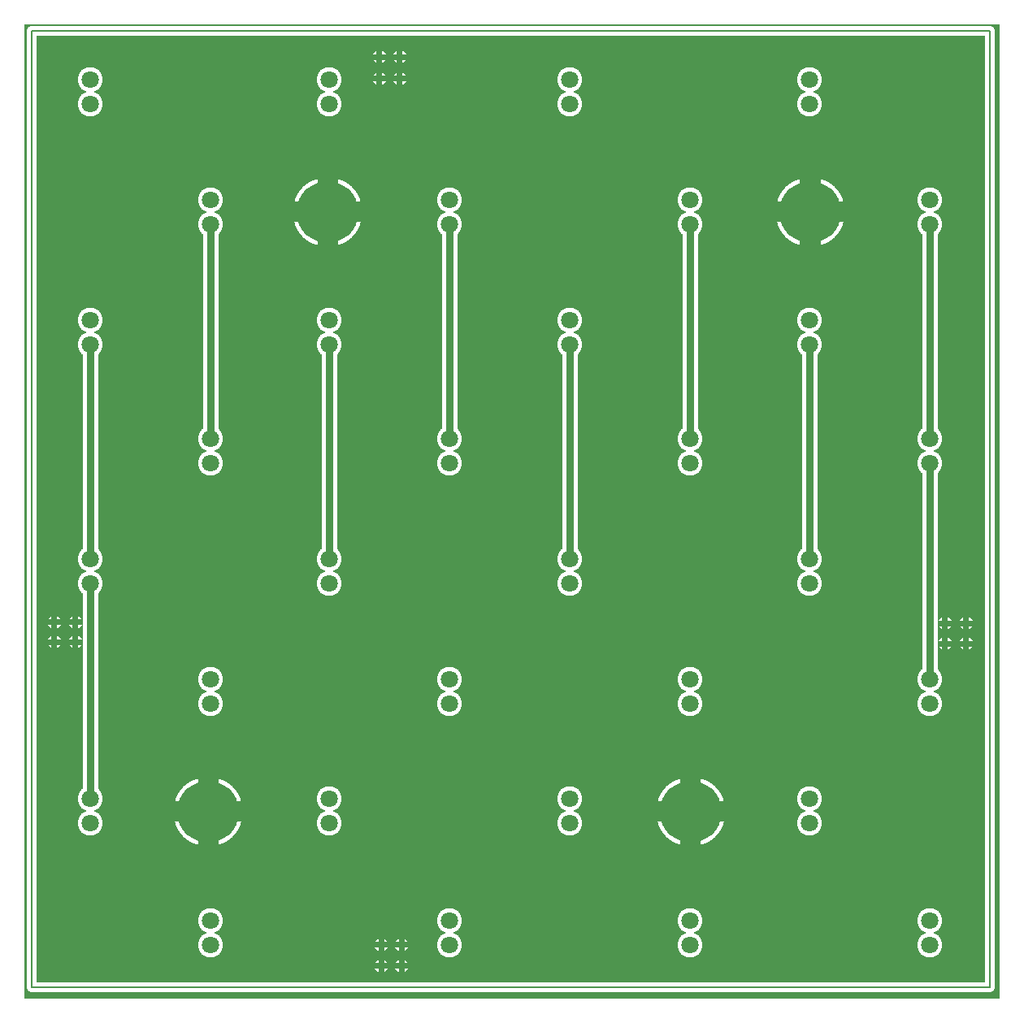
<source format=gbr>
%FSLAX34Y34*%
%MOMM*%
%LNCOPPER_TOP*%
G71*
G01*
%ADD10C,2.600*%
%ADD11C,1.400*%
%ADD12C,1.600*%
%ADD13C,1.000*%
%ADD14C,7.200*%
%ADD15C,0.600*%
%ADD16C,2.133*%
%ADD17C,0.200*%
%ADD18C,1.800*%
%ADD19C,0.600*%
%ADD20C,0.800*%
%ADD21C,6.400*%
%LPD*%
G36*
X-7541Y1003175D02*
X1008459Y1003175D01*
X1008459Y-11825D01*
X-7541Y-11825D01*
X-7541Y1003175D01*
G37*
%LPC*%
X435372Y571500D02*
G54D10*
D03*
X435372Y546100D02*
G54D10*
D03*
X686196Y571500D02*
G54D10*
D03*
X686196Y546100D02*
G54D10*
D03*
X935434Y571500D02*
G54D10*
D03*
X935434Y546100D02*
G54D10*
D03*
X186134Y571500D02*
G54D10*
D03*
X186134Y546100D02*
G54D10*
D03*
X435372Y320675D02*
G54D10*
D03*
X435372Y295275D02*
G54D10*
D03*
X686196Y320675D02*
G54D10*
D03*
X686196Y295275D02*
G54D10*
D03*
X935434Y320675D02*
G54D10*
D03*
X935434Y295275D02*
G54D10*
D03*
X186134Y320675D02*
G54D10*
D03*
X186134Y295275D02*
G54D10*
D03*
X435372Y69850D02*
G54D10*
D03*
X435372Y44450D02*
G54D10*
D03*
X686196Y69850D02*
G54D10*
D03*
X686196Y44450D02*
G54D10*
D03*
X935434Y69850D02*
G54D10*
D03*
X935434Y44450D02*
G54D10*
D03*
X186134Y69850D02*
G54D10*
D03*
X186134Y44450D02*
G54D10*
D03*
X309959Y196850D02*
G54D10*
D03*
X309959Y171450D02*
G54D10*
D03*
X560784Y196850D02*
G54D10*
D03*
X560784Y171450D02*
G54D10*
D03*
X810022Y196850D02*
G54D10*
D03*
X810022Y171450D02*
G54D10*
D03*
X60722Y196850D02*
G54D10*
D03*
X60722Y171450D02*
G54D10*
D03*
X309959Y446088D02*
G54D10*
D03*
X309959Y420688D02*
G54D10*
D03*
X560784Y446088D02*
G54D10*
D03*
X560784Y420688D02*
G54D10*
D03*
X810022Y446088D02*
G54D10*
D03*
X810022Y420688D02*
G54D10*
D03*
X60722Y446088D02*
G54D10*
D03*
X60722Y420688D02*
G54D10*
D03*
X309959Y695325D02*
G54D10*
D03*
X309959Y669925D02*
G54D10*
D03*
X560784Y695325D02*
G54D10*
D03*
X560784Y669925D02*
G54D10*
D03*
X810022Y695325D02*
G54D10*
D03*
X810022Y669925D02*
G54D10*
D03*
X60722Y695325D02*
G54D10*
D03*
X60722Y669925D02*
G54D10*
D03*
X435372Y820738D02*
G54D10*
D03*
X435372Y795338D02*
G54D10*
D03*
X686196Y820738D02*
G54D10*
D03*
X686196Y795338D02*
G54D10*
D03*
X935434Y820738D02*
G54D10*
D03*
X935434Y795338D02*
G54D10*
D03*
X186134Y820738D02*
G54D10*
D03*
X186134Y795338D02*
G54D10*
D03*
X309959Y946150D02*
G54D10*
D03*
X309959Y920750D02*
G54D10*
D03*
X560784Y946150D02*
G54D10*
D03*
X560784Y920750D02*
G54D10*
D03*
X810022Y946150D02*
G54D10*
D03*
X810022Y920750D02*
G54D10*
D03*
X60722Y946150D02*
G54D10*
D03*
X60722Y920750D02*
G54D10*
D03*
X362346Y946942D02*
G54D11*
D03*
X362346Y969167D02*
G54D11*
D03*
G54D12*
X186134Y795338D02*
X186134Y571500D01*
G54D12*
X309959Y669925D02*
X309959Y446088D01*
G54D12*
X435372Y795338D02*
X435372Y571500D01*
G54D12*
X560784Y669925D02*
X560784Y446088D01*
G54D12*
X810022Y669925D02*
X810022Y446088D01*
G54D12*
X686196Y795338D02*
X686196Y571500D01*
G54D12*
X935434Y795338D02*
X935434Y571500D01*
G54D12*
X935434Y546100D02*
X935434Y322262D01*
G54D12*
X60722Y669925D02*
X60722Y446088D01*
G54D12*
X60722Y420688D02*
X60722Y196850D01*
G54D13*
X0Y996156D02*
X998140Y996156D01*
X998140Y0D01*
X0Y0D01*
X0Y996156D01*
X811117Y808133D02*
G54D14*
D03*
X835117Y808133D02*
G54D11*
D03*
X828088Y791162D02*
G54D11*
D03*
X811117Y784133D02*
G54D11*
D03*
X794146Y791162D02*
G54D11*
D03*
X787117Y808133D02*
G54D11*
D03*
X794146Y825104D02*
G54D11*
D03*
X811117Y832133D02*
G54D11*
D03*
X828088Y825104D02*
G54D11*
D03*
X308558Y808038D02*
G54D14*
D03*
X332558Y808038D02*
G54D11*
D03*
X325529Y791068D02*
G54D11*
D03*
X308558Y784038D02*
G54D11*
D03*
X291588Y791068D02*
G54D11*
D03*
X284558Y808038D02*
G54D11*
D03*
X291588Y825009D02*
G54D11*
D03*
X308558Y832038D02*
G54D11*
D03*
X325529Y825009D02*
G54D11*
D03*
X686612Y183149D02*
G54D14*
D03*
X710612Y183149D02*
G54D11*
D03*
X703583Y166179D02*
G54D11*
D03*
X686612Y159149D02*
G54D11*
D03*
X669642Y166179D02*
G54D11*
D03*
X662612Y183149D02*
G54D11*
D03*
X669642Y200120D02*
G54D11*
D03*
X686612Y207150D02*
G54D11*
D03*
X703583Y200120D02*
G54D11*
D03*
X184054Y183054D02*
G54D14*
D03*
X208054Y183054D02*
G54D11*
D03*
X201025Y166084D02*
G54D11*
D03*
X184054Y159054D02*
G54D11*
D03*
X167084Y166084D02*
G54D11*
D03*
X160054Y183054D02*
G54D11*
D03*
X167084Y200025D02*
G54D11*
D03*
X184054Y207054D02*
G54D11*
D03*
X201025Y200025D02*
G54D11*
D03*
X383380Y946942D02*
G54D11*
D03*
X383380Y969167D02*
G54D11*
D03*
X23415Y380602D02*
G54D11*
D03*
X45640Y380602D02*
G54D11*
D03*
X23415Y359568D02*
G54D11*
D03*
X45640Y359568D02*
G54D11*
D03*
X364331Y22225D02*
G54D11*
D03*
X364331Y44450D02*
G54D11*
D03*
X385366Y22225D02*
G54D11*
D03*
X385366Y44450D02*
G54D11*
D03*
X951309Y379015D02*
G54D11*
D03*
X973534Y379015D02*
G54D11*
D03*
X951309Y357981D02*
G54D11*
D03*
X973534Y357981D02*
G54D11*
D03*
%LPD*%
G54D15*
G36*
X359346Y946942D02*
X359346Y954442D01*
X365346Y954442D01*
X365346Y946942D01*
X359346Y946942D01*
G37*
G36*
X362346Y949942D02*
X369846Y949942D01*
X369846Y943942D01*
X362346Y943942D01*
X362346Y949942D01*
G37*
G36*
X365346Y946942D02*
X365346Y939442D01*
X359346Y939442D01*
X359346Y946942D01*
X365346Y946942D01*
G37*
G36*
X362346Y943942D02*
X354846Y943942D01*
X354846Y949942D01*
X362346Y949942D01*
X362346Y943942D01*
G37*
G54D15*
G36*
X359346Y969167D02*
X359346Y976667D01*
X365346Y976667D01*
X365346Y969167D01*
X359346Y969167D01*
G37*
G36*
X362346Y972167D02*
X369846Y972167D01*
X369846Y966167D01*
X362346Y966167D01*
X362346Y972167D01*
G37*
G36*
X365346Y969167D02*
X365346Y961667D01*
X359346Y961667D01*
X359346Y969167D01*
X365346Y969167D01*
G37*
G36*
X362346Y966167D02*
X354846Y966167D01*
X354846Y972167D01*
X362346Y972167D01*
X362346Y966167D01*
G37*
G54D16*
G36*
X800450Y808133D02*
X800450Y844633D01*
X821784Y844633D01*
X821784Y808133D01*
X800450Y808133D01*
G37*
G36*
X811117Y818800D02*
X847617Y818800D01*
X847617Y797466D01*
X811117Y797466D01*
X811117Y818800D01*
G37*
G36*
X821784Y808133D02*
X821784Y771633D01*
X800450Y771633D01*
X800450Y808133D01*
X821784Y808133D01*
G37*
G36*
X811117Y797466D02*
X774617Y797466D01*
X774617Y818800D01*
X811117Y818800D01*
X811117Y797466D01*
G37*
G54D17*
G36*
X834117Y808133D02*
X834117Y815633D01*
X836117Y815633D01*
X836117Y808133D01*
X834117Y808133D01*
G37*
G36*
X835117Y809133D02*
X842617Y809133D01*
X842617Y807133D01*
X835117Y807133D01*
X835117Y809133D01*
G37*
G36*
X836117Y808133D02*
X836117Y800633D01*
X834117Y800633D01*
X834117Y808133D01*
X836117Y808133D01*
G37*
G36*
X835117Y807133D02*
X827617Y807133D01*
X827617Y809133D01*
X835117Y809133D01*
X835117Y807133D01*
G37*
G54D17*
G36*
X827088Y791162D02*
X827088Y798662D01*
X829088Y798662D01*
X829088Y791162D01*
X827088Y791162D01*
G37*
G36*
X828088Y792162D02*
X835588Y792162D01*
X835588Y790162D01*
X828088Y790162D01*
X828088Y792162D01*
G37*
G36*
X829088Y791162D02*
X829088Y783662D01*
X827088Y783662D01*
X827088Y791162D01*
X829088Y791162D01*
G37*
G36*
X828088Y790162D02*
X820588Y790162D01*
X820588Y792162D01*
X828088Y792162D01*
X828088Y790162D01*
G37*
G54D17*
G36*
X810117Y784133D02*
X810117Y791633D01*
X812117Y791633D01*
X812117Y784133D01*
X810117Y784133D01*
G37*
G36*
X811117Y785133D02*
X818617Y785133D01*
X818617Y783133D01*
X811117Y783133D01*
X811117Y785133D01*
G37*
G36*
X812117Y784133D02*
X812117Y776633D01*
X810117Y776633D01*
X810117Y784133D01*
X812117Y784133D01*
G37*
G36*
X811117Y783133D02*
X803617Y783133D01*
X803617Y785133D01*
X811117Y785133D01*
X811117Y783133D01*
G37*
G54D17*
G36*
X793146Y791162D02*
X793146Y798662D01*
X795146Y798662D01*
X795146Y791162D01*
X793146Y791162D01*
G37*
G36*
X794146Y792162D02*
X801646Y792162D01*
X801646Y790162D01*
X794146Y790162D01*
X794146Y792162D01*
G37*
G36*
X795146Y791162D02*
X795146Y783662D01*
X793146Y783662D01*
X793146Y791162D01*
X795146Y791162D01*
G37*
G36*
X794146Y790162D02*
X786646Y790162D01*
X786646Y792162D01*
X794146Y792162D01*
X794146Y790162D01*
G37*
G54D17*
G36*
X786117Y808133D02*
X786117Y815633D01*
X788117Y815633D01*
X788117Y808133D01*
X786117Y808133D01*
G37*
G36*
X787117Y809133D02*
X794617Y809133D01*
X794617Y807133D01*
X787117Y807133D01*
X787117Y809133D01*
G37*
G36*
X788117Y808133D02*
X788117Y800633D01*
X786117Y800633D01*
X786117Y808133D01*
X788117Y808133D01*
G37*
G36*
X787117Y807133D02*
X779617Y807133D01*
X779617Y809133D01*
X787117Y809133D01*
X787117Y807133D01*
G37*
G54D17*
G36*
X793146Y825104D02*
X793146Y832604D01*
X795146Y832604D01*
X795146Y825104D01*
X793146Y825104D01*
G37*
G36*
X794146Y826104D02*
X801646Y826104D01*
X801646Y824104D01*
X794146Y824104D01*
X794146Y826104D01*
G37*
G36*
X795146Y825104D02*
X795146Y817604D01*
X793146Y817604D01*
X793146Y825104D01*
X795146Y825104D01*
G37*
G36*
X794146Y824104D02*
X786646Y824104D01*
X786646Y826104D01*
X794146Y826104D01*
X794146Y824104D01*
G37*
G54D17*
G36*
X810117Y832133D02*
X810117Y839633D01*
X812117Y839633D01*
X812117Y832133D01*
X810117Y832133D01*
G37*
G36*
X811117Y833133D02*
X818617Y833133D01*
X818617Y831133D01*
X811117Y831133D01*
X811117Y833133D01*
G37*
G36*
X812117Y832133D02*
X812117Y824633D01*
X810117Y824633D01*
X810117Y832133D01*
X812117Y832133D01*
G37*
G36*
X811117Y831133D02*
X803617Y831133D01*
X803617Y833133D01*
X811117Y833133D01*
X811117Y831133D01*
G37*
G54D17*
G36*
X827088Y825104D02*
X827088Y832604D01*
X829088Y832604D01*
X829088Y825104D01*
X827088Y825104D01*
G37*
G36*
X828088Y826104D02*
X835588Y826104D01*
X835588Y824104D01*
X828088Y824104D01*
X828088Y826104D01*
G37*
G36*
X829088Y825104D02*
X829088Y817604D01*
X827088Y817604D01*
X827088Y825104D01*
X829088Y825104D01*
G37*
G36*
X828088Y824104D02*
X820588Y824104D01*
X820588Y826104D01*
X828088Y826104D01*
X828088Y824104D01*
G37*
G54D16*
G36*
X297892Y808038D02*
X297892Y844538D01*
X319225Y844538D01*
X319225Y808038D01*
X297892Y808038D01*
G37*
G36*
X308558Y818705D02*
X345058Y818705D01*
X345058Y797371D01*
X308558Y797371D01*
X308558Y818705D01*
G37*
G36*
X319225Y808038D02*
X319225Y771538D01*
X297892Y771538D01*
X297892Y808038D01*
X319225Y808038D01*
G37*
G36*
X308558Y797371D02*
X272058Y797371D01*
X272058Y818705D01*
X308558Y818705D01*
X308558Y797371D01*
G37*
G54D17*
G36*
X331558Y808038D02*
X331558Y815538D01*
X333558Y815538D01*
X333558Y808038D01*
X331558Y808038D01*
G37*
G36*
X332558Y809038D02*
X340058Y809038D01*
X340058Y807038D01*
X332558Y807038D01*
X332558Y809038D01*
G37*
G36*
X333558Y808038D02*
X333558Y800538D01*
X331558Y800538D01*
X331558Y808038D01*
X333558Y808038D01*
G37*
G36*
X332558Y807038D02*
X325058Y807038D01*
X325058Y809038D01*
X332558Y809038D01*
X332558Y807038D01*
G37*
G54D17*
G36*
X324529Y791068D02*
X324529Y798568D01*
X326529Y798568D01*
X326529Y791068D01*
X324529Y791068D01*
G37*
G36*
X325529Y792068D02*
X333029Y792068D01*
X333029Y790068D01*
X325529Y790068D01*
X325529Y792068D01*
G37*
G36*
X326529Y791068D02*
X326529Y783568D01*
X324529Y783568D01*
X324529Y791068D01*
X326529Y791068D01*
G37*
G36*
X325529Y790068D02*
X318029Y790068D01*
X318029Y792068D01*
X325529Y792068D01*
X325529Y790068D01*
G37*
G54D17*
G36*
X307558Y784038D02*
X307558Y791538D01*
X309558Y791538D01*
X309558Y784038D01*
X307558Y784038D01*
G37*
G36*
X308558Y785038D02*
X316058Y785038D01*
X316058Y783038D01*
X308558Y783038D01*
X308558Y785038D01*
G37*
G36*
X309558Y784038D02*
X309558Y776538D01*
X307558Y776538D01*
X307558Y784038D01*
X309558Y784038D01*
G37*
G36*
X308558Y783038D02*
X301058Y783038D01*
X301058Y785038D01*
X308558Y785038D01*
X308558Y783038D01*
G37*
G54D17*
G36*
X290588Y791068D02*
X290588Y798568D01*
X292588Y798568D01*
X292588Y791068D01*
X290588Y791068D01*
G37*
G36*
X291588Y792068D02*
X299088Y792068D01*
X299088Y790068D01*
X291588Y790068D01*
X291588Y792068D01*
G37*
G36*
X292588Y791068D02*
X292588Y783568D01*
X290588Y783568D01*
X290588Y791068D01*
X292588Y791068D01*
G37*
G36*
X291588Y790068D02*
X284088Y790068D01*
X284088Y792068D01*
X291588Y792068D01*
X291588Y790068D01*
G37*
G54D17*
G36*
X283558Y808038D02*
X283558Y815538D01*
X285558Y815538D01*
X285558Y808038D01*
X283558Y808038D01*
G37*
G36*
X284558Y809038D02*
X292058Y809038D01*
X292058Y807038D01*
X284558Y807038D01*
X284558Y809038D01*
G37*
G36*
X285558Y808038D02*
X285558Y800538D01*
X283558Y800538D01*
X283558Y808038D01*
X285558Y808038D01*
G37*
G36*
X284558Y807038D02*
X277058Y807038D01*
X277058Y809038D01*
X284558Y809038D01*
X284558Y807038D01*
G37*
G54D17*
G36*
X290588Y825009D02*
X290588Y832509D01*
X292588Y832509D01*
X292588Y825009D01*
X290588Y825009D01*
G37*
G36*
X291588Y826009D02*
X299088Y826009D01*
X299088Y824009D01*
X291588Y824009D01*
X291588Y826009D01*
G37*
G36*
X292588Y825009D02*
X292588Y817509D01*
X290588Y817509D01*
X290588Y825009D01*
X292588Y825009D01*
G37*
G36*
X291588Y824009D02*
X284088Y824009D01*
X284088Y826009D01*
X291588Y826009D01*
X291588Y824009D01*
G37*
G54D17*
G36*
X307558Y832038D02*
X307558Y839538D01*
X309558Y839538D01*
X309558Y832038D01*
X307558Y832038D01*
G37*
G36*
X308558Y833038D02*
X316058Y833038D01*
X316058Y831038D01*
X308558Y831038D01*
X308558Y833038D01*
G37*
G36*
X309558Y832038D02*
X309558Y824538D01*
X307558Y824538D01*
X307558Y832038D01*
X309558Y832038D01*
G37*
G36*
X308558Y831038D02*
X301058Y831038D01*
X301058Y833038D01*
X308558Y833038D01*
X308558Y831038D01*
G37*
G54D17*
G36*
X324529Y825009D02*
X324529Y832509D01*
X326529Y832509D01*
X326529Y825009D01*
X324529Y825009D01*
G37*
G36*
X325529Y826009D02*
X333029Y826009D01*
X333029Y824009D01*
X325529Y824009D01*
X325529Y826009D01*
G37*
G36*
X326529Y825009D02*
X326529Y817509D01*
X324529Y817509D01*
X324529Y825009D01*
X326529Y825009D01*
G37*
G36*
X325529Y824009D02*
X318029Y824009D01*
X318029Y826009D01*
X325529Y826009D01*
X325529Y824009D01*
G37*
G54D16*
G36*
X675946Y183149D02*
X675946Y219649D01*
X697279Y219649D01*
X697279Y183149D01*
X675946Y183149D01*
G37*
G36*
X686612Y193816D02*
X723112Y193816D01*
X723112Y172483D01*
X686612Y172483D01*
X686612Y193816D01*
G37*
G36*
X697279Y183149D02*
X697279Y146649D01*
X675946Y146649D01*
X675946Y183149D01*
X697279Y183149D01*
G37*
G36*
X686612Y172483D02*
X650112Y172483D01*
X650112Y193816D01*
X686612Y193816D01*
X686612Y172483D01*
G37*
G54D17*
G36*
X709612Y183149D02*
X709612Y190649D01*
X711612Y190649D01*
X711612Y183149D01*
X709612Y183149D01*
G37*
G36*
X710612Y184149D02*
X718112Y184149D01*
X718112Y182149D01*
X710612Y182149D01*
X710612Y184149D01*
G37*
G36*
X711612Y183149D02*
X711612Y175649D01*
X709612Y175649D01*
X709612Y183149D01*
X711612Y183149D01*
G37*
G36*
X710612Y182149D02*
X703112Y182149D01*
X703112Y184149D01*
X710612Y184149D01*
X710612Y182149D01*
G37*
G54D17*
G36*
X702583Y166179D02*
X702583Y173679D01*
X704583Y173679D01*
X704583Y166179D01*
X702583Y166179D01*
G37*
G36*
X703583Y167179D02*
X711083Y167179D01*
X711083Y165179D01*
X703583Y165179D01*
X703583Y167179D01*
G37*
G36*
X704583Y166179D02*
X704583Y158679D01*
X702583Y158679D01*
X702583Y166179D01*
X704583Y166179D01*
G37*
G36*
X703583Y165179D02*
X696083Y165179D01*
X696083Y167179D01*
X703583Y167179D01*
X703583Y165179D01*
G37*
G54D17*
G36*
X685612Y159149D02*
X685612Y166649D01*
X687612Y166649D01*
X687612Y159149D01*
X685612Y159149D01*
G37*
G36*
X686612Y160149D02*
X694112Y160149D01*
X694112Y158149D01*
X686612Y158149D01*
X686612Y160149D01*
G37*
G36*
X687612Y159149D02*
X687612Y151649D01*
X685612Y151649D01*
X685612Y159149D01*
X687612Y159149D01*
G37*
G36*
X686612Y158149D02*
X679112Y158149D01*
X679112Y160149D01*
X686612Y160149D01*
X686612Y158149D01*
G37*
G54D17*
G36*
X668642Y166179D02*
X668642Y173679D01*
X670642Y173679D01*
X670642Y166179D01*
X668642Y166179D01*
G37*
G36*
X669642Y167179D02*
X677142Y167179D01*
X677142Y165179D01*
X669642Y165179D01*
X669642Y167179D01*
G37*
G36*
X670642Y166179D02*
X670642Y158679D01*
X668642Y158679D01*
X668642Y166179D01*
X670642Y166179D01*
G37*
G36*
X669642Y165179D02*
X662142Y165179D01*
X662142Y167179D01*
X669642Y167179D01*
X669642Y165179D01*
G37*
G54D17*
G36*
X661612Y183149D02*
X661612Y190649D01*
X663612Y190649D01*
X663612Y183149D01*
X661612Y183149D01*
G37*
G36*
X662612Y184149D02*
X670112Y184149D01*
X670112Y182149D01*
X662612Y182149D01*
X662612Y184149D01*
G37*
G36*
X663612Y183149D02*
X663612Y175649D01*
X661612Y175649D01*
X661612Y183149D01*
X663612Y183149D01*
G37*
G36*
X662612Y182149D02*
X655112Y182149D01*
X655112Y184149D01*
X662612Y184149D01*
X662612Y182149D01*
G37*
G54D17*
G36*
X668642Y200120D02*
X668642Y207620D01*
X670642Y207620D01*
X670642Y200120D01*
X668642Y200120D01*
G37*
G36*
X669642Y201120D02*
X677142Y201120D01*
X677142Y199120D01*
X669642Y199120D01*
X669642Y201120D01*
G37*
G36*
X670642Y200120D02*
X670642Y192620D01*
X668642Y192620D01*
X668642Y200120D01*
X670642Y200120D01*
G37*
G36*
X669642Y199120D02*
X662142Y199120D01*
X662142Y201120D01*
X669642Y201120D01*
X669642Y199120D01*
G37*
G54D17*
G36*
X685612Y207150D02*
X685612Y214650D01*
X687612Y214650D01*
X687612Y207150D01*
X685612Y207150D01*
G37*
G36*
X686612Y208150D02*
X694112Y208150D01*
X694112Y206150D01*
X686612Y206150D01*
X686612Y208150D01*
G37*
G36*
X687612Y207150D02*
X687612Y199650D01*
X685612Y199650D01*
X685612Y207150D01*
X687612Y207150D01*
G37*
G36*
X686612Y206150D02*
X679112Y206150D01*
X679112Y208150D01*
X686612Y208150D01*
X686612Y206150D01*
G37*
G54D17*
G36*
X702583Y200120D02*
X702583Y207620D01*
X704583Y207620D01*
X704583Y200120D01*
X702583Y200120D01*
G37*
G36*
X703583Y201120D02*
X711083Y201120D01*
X711083Y199120D01*
X703583Y199120D01*
X703583Y201120D01*
G37*
G36*
X704583Y200120D02*
X704583Y192620D01*
X702583Y192620D01*
X702583Y200120D01*
X704583Y200120D01*
G37*
G36*
X703583Y199120D02*
X696083Y199120D01*
X696083Y201120D01*
X703583Y201120D01*
X703583Y199120D01*
G37*
G54D16*
G36*
X173387Y183054D02*
X173387Y219554D01*
X194721Y219554D01*
X194721Y183054D01*
X173387Y183054D01*
G37*
G36*
X184054Y193721D02*
X220554Y193721D01*
X220554Y172388D01*
X184054Y172388D01*
X184054Y193721D01*
G37*
G36*
X194721Y183054D02*
X194721Y146554D01*
X173387Y146554D01*
X173387Y183054D01*
X194721Y183054D01*
G37*
G36*
X184054Y172388D02*
X147554Y172388D01*
X147554Y193721D01*
X184054Y193721D01*
X184054Y172388D01*
G37*
G54D17*
G36*
X207054Y183054D02*
X207054Y190554D01*
X209054Y190554D01*
X209054Y183054D01*
X207054Y183054D01*
G37*
G36*
X208054Y184054D02*
X215554Y184054D01*
X215554Y182054D01*
X208054Y182054D01*
X208054Y184054D01*
G37*
G36*
X209054Y183054D02*
X209054Y175554D01*
X207054Y175554D01*
X207054Y183054D01*
X209054Y183054D01*
G37*
G36*
X208054Y182054D02*
X200554Y182054D01*
X200554Y184054D01*
X208054Y184054D01*
X208054Y182054D01*
G37*
G54D17*
G36*
X200025Y166084D02*
X200025Y173584D01*
X202025Y173584D01*
X202025Y166084D01*
X200025Y166084D01*
G37*
G36*
X201025Y167084D02*
X208525Y167084D01*
X208525Y165084D01*
X201025Y165084D01*
X201025Y167084D01*
G37*
G36*
X202025Y166084D02*
X202025Y158584D01*
X200025Y158584D01*
X200025Y166084D01*
X202025Y166084D01*
G37*
G36*
X201025Y165084D02*
X193525Y165084D01*
X193525Y167084D01*
X201025Y167084D01*
X201025Y165084D01*
G37*
G54D17*
G36*
X183054Y159054D02*
X183054Y166554D01*
X185054Y166554D01*
X185054Y159054D01*
X183054Y159054D01*
G37*
G36*
X184054Y160054D02*
X191554Y160054D01*
X191554Y158054D01*
X184054Y158054D01*
X184054Y160054D01*
G37*
G36*
X185054Y159054D02*
X185054Y151554D01*
X183054Y151554D01*
X183054Y159054D01*
X185054Y159054D01*
G37*
G36*
X184054Y158054D02*
X176554Y158054D01*
X176554Y160054D01*
X184054Y160054D01*
X184054Y158054D01*
G37*
G54D17*
G36*
X166084Y166084D02*
X166084Y173584D01*
X168084Y173584D01*
X168084Y166084D01*
X166084Y166084D01*
G37*
G36*
X167084Y167084D02*
X174584Y167084D01*
X174584Y165084D01*
X167084Y165084D01*
X167084Y167084D01*
G37*
G36*
X168084Y166084D02*
X168084Y158584D01*
X166084Y158584D01*
X166084Y166084D01*
X168084Y166084D01*
G37*
G36*
X167084Y165084D02*
X159584Y165084D01*
X159584Y167084D01*
X167084Y167084D01*
X167084Y165084D01*
G37*
G54D17*
G36*
X159054Y183054D02*
X159054Y190554D01*
X161054Y190554D01*
X161054Y183054D01*
X159054Y183054D01*
G37*
G36*
X160054Y184054D02*
X167554Y184054D01*
X167554Y182054D01*
X160054Y182054D01*
X160054Y184054D01*
G37*
G36*
X161054Y183054D02*
X161054Y175554D01*
X159054Y175554D01*
X159054Y183054D01*
X161054Y183054D01*
G37*
G36*
X160054Y182054D02*
X152554Y182054D01*
X152554Y184054D01*
X160054Y184054D01*
X160054Y182054D01*
G37*
G54D17*
G36*
X166084Y200025D02*
X166084Y207525D01*
X168084Y207525D01*
X168084Y200025D01*
X166084Y200025D01*
G37*
G36*
X167084Y201025D02*
X174584Y201025D01*
X174584Y199025D01*
X167084Y199025D01*
X167084Y201025D01*
G37*
G36*
X168084Y200025D02*
X168084Y192525D01*
X166084Y192525D01*
X166084Y200025D01*
X168084Y200025D01*
G37*
G36*
X167084Y199025D02*
X159584Y199025D01*
X159584Y201025D01*
X167084Y201025D01*
X167084Y199025D01*
G37*
G54D17*
G36*
X183054Y207054D02*
X183054Y214554D01*
X185054Y214554D01*
X185054Y207054D01*
X183054Y207054D01*
G37*
G36*
X184054Y208054D02*
X191554Y208054D01*
X191554Y206054D01*
X184054Y206054D01*
X184054Y208054D01*
G37*
G36*
X185054Y207054D02*
X185054Y199554D01*
X183054Y199554D01*
X183054Y207054D01*
X185054Y207054D01*
G37*
G36*
X184054Y206054D02*
X176554Y206054D01*
X176554Y208054D01*
X184054Y208054D01*
X184054Y206054D01*
G37*
G54D17*
G36*
X200025Y200025D02*
X200025Y207525D01*
X202025Y207525D01*
X202025Y200025D01*
X200025Y200025D01*
G37*
G36*
X201025Y201025D02*
X208525Y201025D01*
X208525Y199025D01*
X201025Y199025D01*
X201025Y201025D01*
G37*
G36*
X202025Y200025D02*
X202025Y192525D01*
X200025Y192525D01*
X200025Y200025D01*
X202025Y200025D01*
G37*
G36*
X201025Y199025D02*
X193525Y199025D01*
X193525Y201025D01*
X201025Y201025D01*
X201025Y199025D01*
G37*
G54D15*
G36*
X380380Y946942D02*
X380380Y954442D01*
X386380Y954442D01*
X386380Y946942D01*
X380380Y946942D01*
G37*
G36*
X383380Y949942D02*
X390880Y949942D01*
X390880Y943942D01*
X383380Y943942D01*
X383380Y949942D01*
G37*
G36*
X386380Y946942D02*
X386380Y939442D01*
X380380Y939442D01*
X380380Y946942D01*
X386380Y946942D01*
G37*
G36*
X383380Y943942D02*
X375880Y943942D01*
X375880Y949942D01*
X383380Y949942D01*
X383380Y943942D01*
G37*
G54D15*
G36*
X380380Y969167D02*
X380380Y976667D01*
X386380Y976667D01*
X386380Y969167D01*
X380380Y969167D01*
G37*
G36*
X383380Y972167D02*
X390880Y972167D01*
X390880Y966167D01*
X383380Y966167D01*
X383380Y972167D01*
G37*
G36*
X386380Y969167D02*
X386380Y961667D01*
X380380Y961667D01*
X380380Y969167D01*
X386380Y969167D01*
G37*
G36*
X383380Y966167D02*
X375880Y966167D01*
X375880Y972167D01*
X383380Y972167D01*
X383380Y966167D01*
G37*
G54D15*
G36*
X23415Y383602D02*
X30915Y383602D01*
X30915Y377602D01*
X23415Y377602D01*
X23415Y383602D01*
G37*
G36*
X26415Y380602D02*
X26415Y373102D01*
X20415Y373102D01*
X20415Y380602D01*
X26415Y380602D01*
G37*
G36*
X23415Y377602D02*
X15915Y377602D01*
X15915Y383602D01*
X23415Y383602D01*
X23415Y377602D01*
G37*
G36*
X20415Y380602D02*
X20415Y388102D01*
X26415Y388102D01*
X26415Y380602D01*
X20415Y380602D01*
G37*
G54D15*
G36*
X45640Y383602D02*
X53140Y383602D01*
X53140Y377602D01*
X45640Y377602D01*
X45640Y383602D01*
G37*
G36*
X48640Y380602D02*
X48640Y373102D01*
X42640Y373102D01*
X42640Y380602D01*
X48640Y380602D01*
G37*
G36*
X45640Y377602D02*
X38140Y377602D01*
X38140Y383602D01*
X45640Y383602D01*
X45640Y377602D01*
G37*
G36*
X42640Y380602D02*
X42640Y388102D01*
X48640Y388102D01*
X48640Y380602D01*
X42640Y380602D01*
G37*
G54D15*
G36*
X23415Y362568D02*
X30915Y362568D01*
X30915Y356568D01*
X23415Y356568D01*
X23415Y362568D01*
G37*
G36*
X26415Y359568D02*
X26415Y352068D01*
X20415Y352068D01*
X20415Y359568D01*
X26415Y359568D01*
G37*
G36*
X23415Y356568D02*
X15915Y356568D01*
X15915Y362568D01*
X23415Y362568D01*
X23415Y356568D01*
G37*
G36*
X20415Y359568D02*
X20415Y367068D01*
X26415Y367068D01*
X26415Y359568D01*
X20415Y359568D01*
G37*
G54D15*
G36*
X45640Y362568D02*
X53140Y362568D01*
X53140Y356568D01*
X45640Y356568D01*
X45640Y362568D01*
G37*
G36*
X48640Y359568D02*
X48640Y352068D01*
X42640Y352068D01*
X42640Y359568D01*
X48640Y359568D01*
G37*
G36*
X45640Y356568D02*
X38140Y356568D01*
X38140Y362568D01*
X45640Y362568D01*
X45640Y356568D01*
G37*
G36*
X42640Y359568D02*
X42640Y367068D01*
X48640Y367068D01*
X48640Y359568D01*
X42640Y359568D01*
G37*
G54D15*
G36*
X361331Y22225D02*
X361331Y29725D01*
X367331Y29725D01*
X367331Y22225D01*
X361331Y22225D01*
G37*
G36*
X364331Y25225D02*
X371831Y25225D01*
X371831Y19225D01*
X364331Y19225D01*
X364331Y25225D01*
G37*
G36*
X367331Y22225D02*
X367331Y14725D01*
X361331Y14725D01*
X361331Y22225D01*
X367331Y22225D01*
G37*
G36*
X364331Y19225D02*
X356831Y19225D01*
X356831Y25225D01*
X364331Y25225D01*
X364331Y19225D01*
G37*
G54D15*
G36*
X361331Y44450D02*
X361331Y51950D01*
X367331Y51950D01*
X367331Y44450D01*
X361331Y44450D01*
G37*
G36*
X364331Y47450D02*
X371831Y47450D01*
X371831Y41450D01*
X364331Y41450D01*
X364331Y47450D01*
G37*
G36*
X367331Y44450D02*
X367331Y36950D01*
X361331Y36950D01*
X361331Y44450D01*
X367331Y44450D01*
G37*
G36*
X364331Y41450D02*
X356831Y41450D01*
X356831Y47450D01*
X364331Y47450D01*
X364331Y41450D01*
G37*
G54D15*
G36*
X382366Y22225D02*
X382366Y29725D01*
X388366Y29725D01*
X388366Y22225D01*
X382366Y22225D01*
G37*
G36*
X385366Y25225D02*
X392866Y25225D01*
X392866Y19225D01*
X385366Y19225D01*
X385366Y25225D01*
G37*
G36*
X388366Y22225D02*
X388366Y14725D01*
X382366Y14725D01*
X382366Y22225D01*
X388366Y22225D01*
G37*
G36*
X385366Y19225D02*
X377866Y19225D01*
X377866Y25225D01*
X385366Y25225D01*
X385366Y19225D01*
G37*
G54D15*
G36*
X382366Y44450D02*
X382366Y51950D01*
X388366Y51950D01*
X388366Y44450D01*
X382366Y44450D01*
G37*
G36*
X385366Y47450D02*
X392866Y47450D01*
X392866Y41450D01*
X385366Y41450D01*
X385366Y47450D01*
G37*
G36*
X388366Y44450D02*
X388366Y36950D01*
X382366Y36950D01*
X382366Y44450D01*
X388366Y44450D01*
G37*
G36*
X385366Y41450D02*
X377866Y41450D01*
X377866Y47450D01*
X385366Y47450D01*
X385366Y41450D01*
G37*
G54D15*
G36*
X951309Y382015D02*
X958809Y382015D01*
X958809Y376015D01*
X951309Y376015D01*
X951309Y382015D01*
G37*
G36*
X954309Y379015D02*
X954309Y371515D01*
X948309Y371515D01*
X948309Y379015D01*
X954309Y379015D01*
G37*
G36*
X951309Y376015D02*
X943809Y376015D01*
X943809Y382015D01*
X951309Y382015D01*
X951309Y376015D01*
G37*
G36*
X948309Y379015D02*
X948309Y386515D01*
X954309Y386515D01*
X954309Y379015D01*
X948309Y379015D01*
G37*
G54D15*
G36*
X973534Y382015D02*
X981034Y382015D01*
X981034Y376015D01*
X973534Y376015D01*
X973534Y382015D01*
G37*
G36*
X976534Y379015D02*
X976534Y371515D01*
X970534Y371515D01*
X970534Y379015D01*
X976534Y379015D01*
G37*
G36*
X973534Y376015D02*
X966034Y376015D01*
X966034Y382015D01*
X973534Y382015D01*
X973534Y376015D01*
G37*
G36*
X970534Y379015D02*
X970534Y386515D01*
X976534Y386515D01*
X976534Y379015D01*
X970534Y379015D01*
G37*
G54D15*
G36*
X951309Y360981D02*
X958809Y360981D01*
X958809Y354981D01*
X951309Y354981D01*
X951309Y360981D01*
G37*
G36*
X954309Y357981D02*
X954309Y350481D01*
X948309Y350481D01*
X948309Y357981D01*
X954309Y357981D01*
G37*
G36*
X951309Y354981D02*
X943809Y354981D01*
X943809Y360981D01*
X951309Y360981D01*
X951309Y354981D01*
G37*
G36*
X948309Y357981D02*
X948309Y365481D01*
X954309Y365481D01*
X954309Y357981D01*
X948309Y357981D01*
G37*
G54D15*
G36*
X973534Y360981D02*
X981034Y360981D01*
X981034Y354981D01*
X973534Y354981D01*
X973534Y360981D01*
G37*
G36*
X976534Y357981D02*
X976534Y350481D01*
X970534Y350481D01*
X970534Y357981D01*
X976534Y357981D01*
G37*
G36*
X973534Y354981D02*
X966034Y354981D01*
X966034Y360981D01*
X973534Y360981D01*
X973534Y354981D01*
G37*
G36*
X970534Y357981D02*
X970534Y365481D01*
X976534Y365481D01*
X976534Y357981D01*
X970534Y357981D01*
G37*
X435372Y571500D02*
G54D18*
D03*
X435372Y546100D02*
G54D18*
D03*
X686196Y571500D02*
G54D18*
D03*
X686196Y546100D02*
G54D18*
D03*
X935434Y571500D02*
G54D18*
D03*
X935434Y546100D02*
G54D18*
D03*
X186134Y571500D02*
G54D18*
D03*
X186134Y546100D02*
G54D18*
D03*
X435372Y320675D02*
G54D18*
D03*
X435372Y295275D02*
G54D18*
D03*
X686196Y320675D02*
G54D18*
D03*
X686196Y295275D02*
G54D18*
D03*
X935434Y320675D02*
G54D18*
D03*
X935434Y295275D02*
G54D18*
D03*
X186134Y320675D02*
G54D18*
D03*
X186134Y295275D02*
G54D18*
D03*
X435372Y69850D02*
G54D18*
D03*
X435372Y44450D02*
G54D18*
D03*
X686196Y69850D02*
G54D18*
D03*
X686196Y44450D02*
G54D18*
D03*
X935434Y69850D02*
G54D18*
D03*
X935434Y44450D02*
G54D18*
D03*
X186134Y69850D02*
G54D18*
D03*
X186134Y44450D02*
G54D18*
D03*
X309959Y196850D02*
G54D18*
D03*
X309959Y171450D02*
G54D18*
D03*
X560784Y196850D02*
G54D18*
D03*
X560784Y171450D02*
G54D18*
D03*
X810022Y196850D02*
G54D18*
D03*
X810022Y171450D02*
G54D18*
D03*
X60722Y196850D02*
G54D18*
D03*
X60722Y171450D02*
G54D18*
D03*
X309959Y446088D02*
G54D18*
D03*
X309959Y420688D02*
G54D18*
D03*
X560784Y446088D02*
G54D18*
D03*
X560784Y420688D02*
G54D18*
D03*
X810022Y446088D02*
G54D18*
D03*
X810022Y420688D02*
G54D18*
D03*
X60722Y446088D02*
G54D18*
D03*
X60722Y420688D02*
G54D18*
D03*
X309959Y695325D02*
G54D18*
D03*
X309959Y669925D02*
G54D18*
D03*
X560784Y695325D02*
G54D18*
D03*
X560784Y669925D02*
G54D18*
D03*
X810022Y695325D02*
G54D18*
D03*
X810022Y669925D02*
G54D18*
D03*
X60722Y695325D02*
G54D18*
D03*
X60722Y669925D02*
G54D18*
D03*
X435372Y820738D02*
G54D18*
D03*
X435372Y795338D02*
G54D18*
D03*
X686196Y820738D02*
G54D18*
D03*
X686196Y795338D02*
G54D18*
D03*
X935434Y820738D02*
G54D18*
D03*
X935434Y795338D02*
G54D18*
D03*
X186134Y820738D02*
G54D18*
D03*
X186134Y795338D02*
G54D18*
D03*
X309959Y946150D02*
G54D18*
D03*
X309959Y920750D02*
G54D18*
D03*
X560784Y946150D02*
G54D18*
D03*
X560784Y920750D02*
G54D18*
D03*
X810022Y946150D02*
G54D18*
D03*
X810022Y920750D02*
G54D18*
D03*
X60722Y946150D02*
G54D18*
D03*
X60722Y920750D02*
G54D18*
D03*
X362346Y946942D02*
G54D19*
D03*
X362346Y969167D02*
G54D19*
D03*
G54D20*
X186134Y795338D02*
X186134Y571500D01*
G54D20*
X309959Y669925D02*
X309959Y446088D01*
G54D20*
X435372Y795338D02*
X435372Y571500D01*
G54D20*
X560784Y669925D02*
X560784Y446088D01*
G54D20*
X810022Y669925D02*
X810022Y446088D01*
G54D20*
X686196Y795338D02*
X686196Y571500D01*
G54D20*
X935434Y795338D02*
X935434Y571500D01*
G54D20*
X935434Y546100D02*
X935434Y322262D01*
G54D20*
X60722Y669925D02*
X60722Y446088D01*
G54D20*
X60722Y420688D02*
X60722Y196850D01*
G54D17*
X0Y996156D02*
X998140Y996156D01*
X998140Y0D01*
X0Y0D01*
X0Y996156D01*
X811117Y808133D02*
G54D21*
D03*
X835117Y808133D02*
G54D19*
D03*
X828088Y791162D02*
G54D19*
D03*
X811117Y784133D02*
G54D19*
D03*
X794146Y791162D02*
G54D19*
D03*
X787117Y808133D02*
G54D19*
D03*
X794146Y825104D02*
G54D19*
D03*
X811117Y832133D02*
G54D19*
D03*
X828088Y825104D02*
G54D19*
D03*
X308558Y808038D02*
G54D21*
D03*
X332558Y808038D02*
G54D19*
D03*
X325529Y791068D02*
G54D19*
D03*
X308558Y784038D02*
G54D19*
D03*
X291588Y791068D02*
G54D19*
D03*
X284558Y808038D02*
G54D19*
D03*
X291588Y825009D02*
G54D19*
D03*
X308558Y832038D02*
G54D19*
D03*
X325529Y825009D02*
G54D19*
D03*
X686612Y183149D02*
G54D21*
D03*
X710612Y183149D02*
G54D19*
D03*
X703583Y166179D02*
G54D19*
D03*
X686612Y159149D02*
G54D19*
D03*
X669642Y166179D02*
G54D19*
D03*
X662612Y183149D02*
G54D19*
D03*
X669642Y200120D02*
G54D19*
D03*
X686612Y207150D02*
G54D19*
D03*
X703583Y200120D02*
G54D19*
D03*
X184054Y183054D02*
G54D21*
D03*
X208054Y183054D02*
G54D19*
D03*
X201025Y166084D02*
G54D19*
D03*
X184054Y159054D02*
G54D19*
D03*
X167084Y166084D02*
G54D19*
D03*
X160054Y183054D02*
G54D19*
D03*
X167084Y200025D02*
G54D19*
D03*
X184054Y207054D02*
G54D19*
D03*
X201025Y200025D02*
G54D19*
D03*
X383380Y946942D02*
G54D19*
D03*
X383380Y969167D02*
G54D19*
D03*
X23415Y380602D02*
G54D19*
D03*
X45640Y380602D02*
G54D19*
D03*
X23415Y359568D02*
G54D19*
D03*
X45640Y359568D02*
G54D19*
D03*
X364331Y22225D02*
G54D19*
D03*
X364331Y44450D02*
G54D19*
D03*
X385366Y22225D02*
G54D19*
D03*
X385366Y44450D02*
G54D19*
D03*
X951309Y379015D02*
G54D19*
D03*
X973534Y379015D02*
G54D19*
D03*
X951309Y357981D02*
G54D19*
D03*
X973534Y357981D02*
G54D19*
D03*
M02*

</source>
